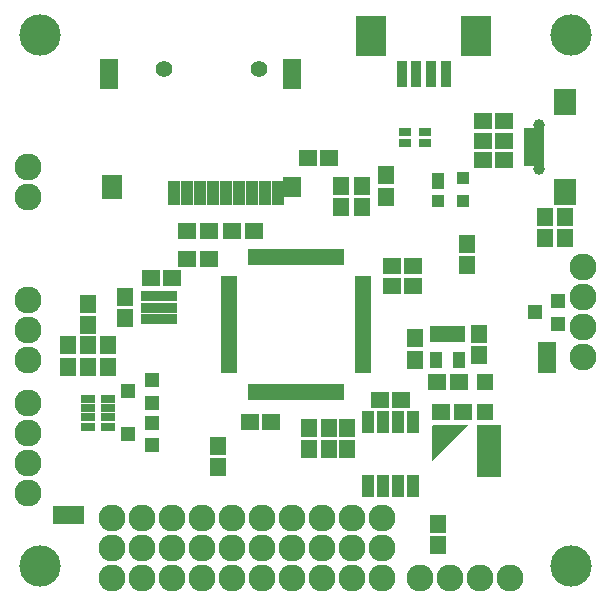
<source format=gts>
G04 #@! TF.GenerationSoftware,KiCad,Pcbnew,(5.0.0)*
G04 #@! TF.CreationDate,2018-08-31T18:23:00+12:00*
G04 #@! TF.ProjectId,SimpleFC,53696D706C6546432E6B696361645F70,rev?*
G04 #@! TF.SameCoordinates,Original*
G04 #@! TF.FileFunction,Soldermask,Top*
G04 #@! TF.FilePolarity,Negative*
%FSLAX46Y46*%
G04 Gerber Fmt 4.6, Leading zero omitted, Abs format (unit mm)*
G04 Created by KiCad (PCBNEW (5.0.0)) date 08/31/18 18:23:00*
%MOMM*%
%LPD*%
G01*
G04 APERTURE LIST*
%ADD10R,1.400000X0.650000*%
%ADD11R,0.650000X1.400000*%
%ADD12R,1.400000X1.500000*%
%ADD13R,1.500000X1.400000*%
%ADD14R,1.300000X1.200000*%
%ADD15R,1.100000X1.400000*%
%ADD16R,1.100000X1.000000*%
%ADD17C,2.280000*%
%ADD18R,1.100000X2.000000*%
%ADD19R,1.600000X1.800000*%
%ADD20R,1.600000X2.600000*%
%ADD21R,1.800000X2.000000*%
%ADD22C,1.400000*%
%ADD23R,0.900000X2.200000*%
%ADD24R,2.500000X3.400000*%
%ADD25R,1.600000X1.000000*%
%ADD26R,1.000000X1.600000*%
%ADD27R,1.000000X0.800000*%
%ADD28R,1.300000X0.800000*%
%ADD29R,1.000000X1.950000*%
%ADD30R,3.100000X0.900000*%
%ADD31R,1.800000X0.800000*%
%ADD32R,1.900000X2.300000*%
%ADD33C,1.000000*%
%ADD34C,1.602436*%
%ADD35C,0.100000*%
%ADD36R,2.100000X4.500000*%
%ADD37R,1.400000X1.400000*%
%ADD38R,1.050000X1.460000*%
%ADD39C,3.500000*%
G04 APERTURE END LIST*
D10*
G04 #@! TO.C,U1*
X143500000Y-98300000D03*
X143500000Y-98800000D03*
X143500000Y-99300000D03*
X143500000Y-99800000D03*
X143500000Y-100300000D03*
X143500000Y-100800000D03*
X143500000Y-101300000D03*
X143500000Y-101800000D03*
X143500000Y-102300000D03*
X143500000Y-102800000D03*
X143500000Y-103300000D03*
X143500000Y-103800000D03*
X143500000Y-104300000D03*
X143500000Y-104800000D03*
X143500000Y-105300000D03*
X143500000Y-105800000D03*
D11*
X145450000Y-107750000D03*
X145950000Y-107750000D03*
X146450000Y-107750000D03*
X146950000Y-107750000D03*
X147450000Y-107750000D03*
X147950000Y-107750000D03*
X148450000Y-107750000D03*
X148950000Y-107750000D03*
X149450000Y-107750000D03*
X149950000Y-107750000D03*
X150450000Y-107750000D03*
X150950000Y-107750000D03*
X151450000Y-107750000D03*
X151950000Y-107750000D03*
X152450000Y-107750000D03*
X152950000Y-107750000D03*
D10*
X154900000Y-105800000D03*
X154900000Y-105300000D03*
X154900000Y-104800000D03*
X154900000Y-104300000D03*
X154900000Y-103800000D03*
X154900000Y-103300000D03*
X154900000Y-102800000D03*
X154900000Y-102300000D03*
X154900000Y-101800000D03*
X154900000Y-101300000D03*
X154900000Y-100800000D03*
X154900000Y-100300000D03*
X154900000Y-99800000D03*
X154900000Y-99300000D03*
X154900000Y-98800000D03*
X154900000Y-98300000D03*
D11*
X152950000Y-96350000D03*
X152450000Y-96350000D03*
X151950000Y-96350000D03*
X151450000Y-96350000D03*
X150950000Y-96350000D03*
X150450000Y-96350000D03*
X149950000Y-96350000D03*
X149450000Y-96350000D03*
X148950000Y-96350000D03*
X148450000Y-96350000D03*
X147950000Y-96350000D03*
X147450000Y-96350000D03*
X146950000Y-96350000D03*
X146450000Y-96350000D03*
X145950000Y-96350000D03*
X145450000Y-96350000D03*
G04 #@! TD*
D12*
G04 #@! TO.C,C1*
X134700000Y-101500000D03*
X134700000Y-99700000D03*
G04 #@! TD*
G04 #@! TO.C,C2*
X152000000Y-112600000D03*
X152000000Y-110800000D03*
G04 #@! TD*
D13*
G04 #@! TO.C,C3*
X159100000Y-98800000D03*
X157300000Y-98800000D03*
G04 #@! TD*
G04 #@! TO.C,C4*
X140000000Y-94100000D03*
X141800000Y-94100000D03*
G04 #@! TD*
G04 #@! TO.C,C5*
X141800000Y-96500000D03*
X140000000Y-96500000D03*
G04 #@! TD*
G04 #@! TO.C,C6*
X145300000Y-110300000D03*
X147100000Y-110300000D03*
G04 #@! TD*
D12*
G04 #@! TO.C,C7*
X153500000Y-110800000D03*
X153500000Y-112600000D03*
G04 #@! TD*
D13*
G04 #@! TO.C,C8*
X159100000Y-97100000D03*
X157300000Y-97100000D03*
G04 #@! TD*
G04 #@! TO.C,C9*
X145600000Y-94100000D03*
X143800000Y-94100000D03*
G04 #@! TD*
D12*
G04 #@! TO.C,C29*
X131600000Y-103800000D03*
X131600000Y-105600000D03*
G04 #@! TD*
G04 #@! TO.C,C33*
X156800000Y-89400000D03*
X156800000Y-91200000D03*
G04 #@! TD*
G04 #@! TO.C,C35*
X142600000Y-114100000D03*
X142600000Y-112300000D03*
G04 #@! TD*
D13*
G04 #@! TO.C,C39*
X156300000Y-108400000D03*
X158100000Y-108400000D03*
G04 #@! TD*
D12*
G04 #@! TO.C,C41*
X170300000Y-92900000D03*
X170300000Y-94700000D03*
G04 #@! TD*
D14*
G04 #@! TO.C,D2*
X135000000Y-111300000D03*
X137000000Y-110350000D03*
X137000000Y-112250000D03*
G04 #@! TD*
G04 #@! TO.C,D3*
X137000000Y-108650000D03*
X137000000Y-106750000D03*
X135000000Y-107700000D03*
G04 #@! TD*
G04 #@! TO.C,D10*
X169400000Y-101000000D03*
X171400000Y-100050000D03*
X171400000Y-101950000D03*
G04 #@! TD*
D15*
G04 #@! TO.C,D14*
X161250000Y-89850000D03*
D16*
X161250000Y-91550000D03*
X163350000Y-91550000D03*
X163350000Y-89650000D03*
G04 #@! TD*
D17*
G04 #@! TO.C,J1*
X126500000Y-88730000D03*
X126500000Y-91270000D03*
G04 #@! TD*
D18*
G04 #@! TO.C,J2*
X138900000Y-90900000D03*
X140000000Y-90900000D03*
X141100000Y-90900000D03*
X142200000Y-90900000D03*
X143300000Y-90900000D03*
X144400000Y-90900000D03*
X145500000Y-90900000D03*
X146600000Y-90900000D03*
D19*
X148850000Y-90400000D03*
D20*
X148850000Y-80800000D03*
D21*
X133600000Y-90400000D03*
D20*
X133350000Y-80800000D03*
D18*
X147700000Y-90900000D03*
D22*
X146050000Y-80400000D03*
X138050000Y-80400000D03*
G04 #@! TD*
D17*
G04 #@! TO.C,J3*
X173500000Y-104810000D03*
X173500000Y-102270000D03*
X173500000Y-99730000D03*
X173500000Y-97190000D03*
G04 #@! TD*
G04 #@! TO.C,J4*
X167310000Y-123500000D03*
X164770000Y-123500000D03*
X162230000Y-123500000D03*
X159690000Y-123500000D03*
G04 #@! TD*
G04 #@! TO.C,J11*
X126500000Y-116310000D03*
X126500000Y-113770000D03*
X126500000Y-111230000D03*
X126500000Y-108690000D03*
G04 #@! TD*
D23*
G04 #@! TO.C,J13*
X158125000Y-80800000D03*
X159375000Y-80800000D03*
X160625000Y-80800000D03*
X161875000Y-80800000D03*
D24*
X155575000Y-77600000D03*
X164425000Y-77600000D03*
G04 #@! TD*
D17*
G04 #@! TO.C,J14*
X126500000Y-105040000D03*
X126500000Y-102500000D03*
X126500000Y-99960000D03*
G04 #@! TD*
D25*
G04 #@! TO.C,JP1*
X170400000Y-105600000D03*
X170400000Y-104800000D03*
X170400000Y-104000000D03*
G04 #@! TD*
D26*
G04 #@! TO.C,JP2*
X130700000Y-118200000D03*
X129900000Y-118200000D03*
X129100000Y-118200000D03*
G04 #@! TD*
D12*
G04 #@! TO.C,R2*
X150300000Y-112600000D03*
X150300000Y-110800000D03*
G04 #@! TD*
G04 #@! TO.C,R3*
X131600000Y-100300000D03*
X131600000Y-102100000D03*
G04 #@! TD*
G04 #@! TO.C,R4*
X153000000Y-90300000D03*
X153000000Y-92100000D03*
G04 #@! TD*
G04 #@! TO.C,R5*
X154800000Y-92100000D03*
X154800000Y-90300000D03*
G04 #@! TD*
G04 #@! TO.C,R8*
X129900000Y-105600000D03*
X129900000Y-103800000D03*
G04 #@! TD*
G04 #@! TO.C,R12*
X133300000Y-105600000D03*
X133300000Y-103800000D03*
G04 #@! TD*
G04 #@! TO.C,R19*
X161200000Y-120700000D03*
X161200000Y-118900000D03*
G04 #@! TD*
D13*
G04 #@! TO.C,R22*
X166800000Y-86500000D03*
X165000000Y-86500000D03*
G04 #@! TD*
G04 #@! TO.C,R23*
X165000000Y-88100000D03*
X166800000Y-88100000D03*
G04 #@! TD*
D27*
G04 #@! TO.C,R24*
X158400000Y-85750000D03*
X158400000Y-86650000D03*
G04 #@! TD*
G04 #@! TO.C,R25*
X160100000Y-86650000D03*
X160100000Y-85750000D03*
G04 #@! TD*
D13*
G04 #@! TO.C,R26*
X165000000Y-84800000D03*
X166800000Y-84800000D03*
G04 #@! TD*
D12*
G04 #@! TO.C,R27*
X172000000Y-92900000D03*
X172000000Y-94700000D03*
G04 #@! TD*
D28*
G04 #@! TO.C,RN1*
X131600000Y-109100000D03*
X131600000Y-109900000D03*
X131600000Y-108300000D03*
X131600000Y-110700000D03*
X133300000Y-108300000D03*
X133300000Y-109100000D03*
X133300000Y-109900000D03*
X133300000Y-110700000D03*
G04 #@! TD*
D29*
G04 #@! TO.C,U11*
X159105000Y-110300000D03*
X157835000Y-110300000D03*
X156565000Y-110300000D03*
X155295000Y-110300000D03*
X155295000Y-115700000D03*
X156565000Y-115700000D03*
X157835000Y-115700000D03*
X159105000Y-115700000D03*
G04 #@! TD*
D30*
G04 #@! TO.C,X1*
X137600000Y-99600000D03*
X137600000Y-100600000D03*
X137600000Y-101600000D03*
G04 #@! TD*
D31*
G04 #@! TO.C,J12*
X169300000Y-87650000D03*
X169300000Y-87000000D03*
X169300000Y-85700000D03*
X169300000Y-86350000D03*
D32*
X172000000Y-90810000D03*
X172000000Y-83190000D03*
D31*
X169300000Y-88300000D03*
D33*
X169800000Y-88900000D03*
X169800000Y-85100000D03*
G04 #@! TD*
D17*
G04 #@! TO.C,J5*
X156430000Y-118420000D03*
X133570000Y-118420000D03*
X136110000Y-118420000D03*
X138650000Y-118420000D03*
X141190000Y-118420000D03*
X143730000Y-118420000D03*
X146270000Y-118420000D03*
X148810000Y-118420000D03*
X151350000Y-118420000D03*
X153890000Y-118420000D03*
G04 #@! TD*
G04 #@! TO.C,J6*
X153890000Y-120960000D03*
X151350000Y-120960000D03*
X148810000Y-120960000D03*
X146270000Y-120960000D03*
X143730000Y-120960000D03*
X141190000Y-120960000D03*
X138650000Y-120960000D03*
X136110000Y-120960000D03*
X133570000Y-120960000D03*
X156430000Y-120960000D03*
G04 #@! TD*
G04 #@! TO.C,J7*
X156430000Y-123500000D03*
X133570000Y-123500000D03*
X136110000Y-123500000D03*
X138650000Y-123500000D03*
X141190000Y-123500000D03*
X143730000Y-123500000D03*
X146270000Y-123500000D03*
X148810000Y-123500000D03*
X151350000Y-123500000D03*
X153890000Y-123500000D03*
G04 #@! TD*
D34*
G04 #@! TO.C,BT1*
X161500000Y-111300000D03*
D35*
G36*
X163785470Y-110499455D02*
X160699455Y-113585470D01*
X160698581Y-110616495D01*
X160816495Y-110498581D01*
X163785470Y-110499455D01*
X163785470Y-110499455D01*
G37*
D36*
X165500000Y-112750000D03*
G04 #@! TD*
D12*
G04 #@! TO.C,C43*
X164700000Y-102800000D03*
X164700000Y-104600000D03*
G04 #@! TD*
G04 #@! TO.C,C44*
X159300000Y-105000000D03*
X159300000Y-103200000D03*
G04 #@! TD*
D13*
G04 #@! TO.C,C45*
X161150000Y-106900000D03*
X162950000Y-106900000D03*
G04 #@! TD*
D37*
G04 #@! TO.C,D12*
X165200000Y-109400000D03*
X165200000Y-106900000D03*
G04 #@! TD*
D13*
G04 #@! TO.C,R29*
X161500000Y-109400000D03*
X163300000Y-109400000D03*
G04 #@! TD*
D38*
G04 #@! TO.C,U13*
X162950000Y-102800000D03*
X162000000Y-102800000D03*
X161050000Y-102800000D03*
X161050000Y-105000000D03*
X162950000Y-105000000D03*
G04 #@! TD*
D39*
G04 #@! TO.C,REF\002A\002A*
X127500000Y-77500000D03*
X172500000Y-77500000D03*
X172500000Y-122500000D03*
X127500000Y-122500000D03*
G04 #@! TD*
D13*
G04 #@! TO.C,R30*
X152000000Y-87900000D03*
X150200000Y-87900000D03*
G04 #@! TD*
D12*
G04 #@! TO.C,R31*
X163700000Y-97000000D03*
X163700000Y-95200000D03*
G04 #@! TD*
D13*
G04 #@! TO.C,R32*
X138700000Y-98100000D03*
X136900000Y-98100000D03*
G04 #@! TD*
M02*

</source>
